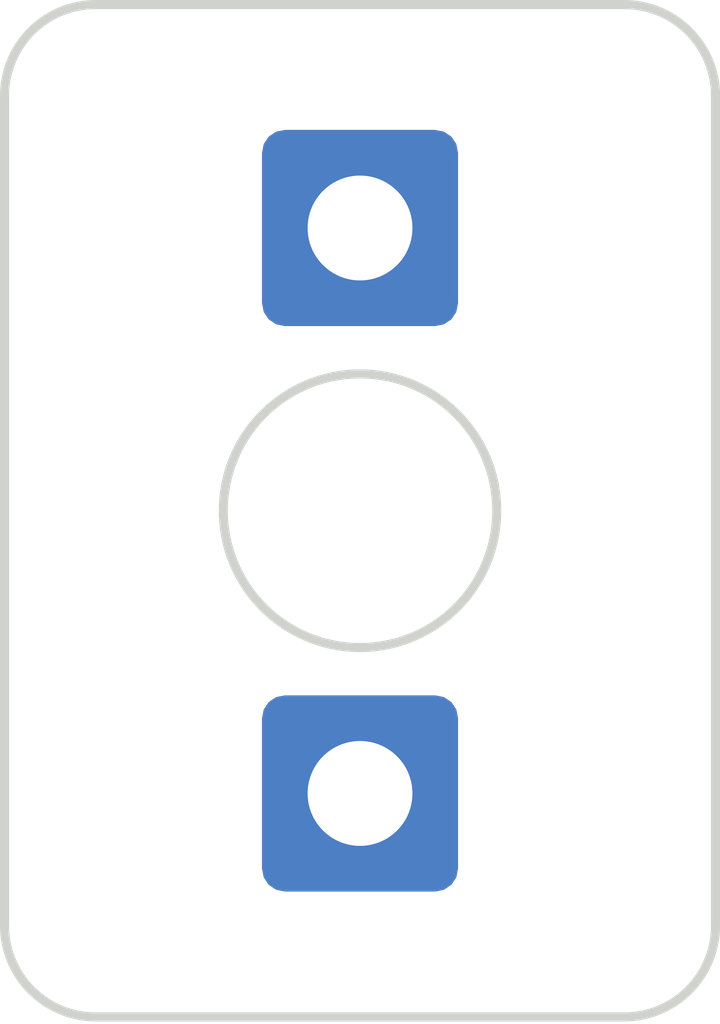
<source format=kicad_pcb>
(kicad_pcb (version 20241229) (generator "pcbnew") (generator_version "9.0")
  (layers (0 "F.Cu" signal) (2 "B.Cu" signal) (13 "F.Paste" user) (15 "B.Paste" user) (5 "F.SilkS" user "F.Silkscreen") (7 "B.SilkS" user "B.Silkscreen") (1 "F.Mask" user) (3 "B.Mask" user) (25 "Edge.Cuts" user))
  (net 0 "")
  (footprint "SolderWire-0.5sqmm_1x01_D0.9mm_OD2.1mm" (layer "F.Cu") (at 43.892893 48.642894)
    (property "Reference" "P1a" (hide yes))
    (property "Value" "")
    (pad "1" thru_hole roundrect (at 0 0) (size 2.15 2.15) (drill 1.15) (layers "*.Cu" "*.Mask") (roundrect_rratio 0.116279))
  )
  (footprint "SolderWire-0.5sqmm_1x01_D0.9mm_OD2.1mm" (layer "F.Cu") (at 43.892893 42.442894)
    (property "Reference" "P2a" (hide yes))
    (property "Value" "")
    (pad "1" thru_hole roundrect (at 0 0) (size 2.15 2.15) (drill 1.15) (layers "*.Cu" "*.Mask") (roundrect_rratio 0.116279))
  )
  (gr_circle (center 43.892893 45.542893) (end 43.892893 47.042893) (stroke (width 0.1)) (fill no) (layer "Edge.Cuts"))
  (gr_line (start 39.992893 50.092893) (end 39.992893 40.9929) (stroke (width 0.1)) (layer "Edge.Cuts"))
  (gr_line (start 47.792893 50.092893) (end 47.792893 40.998191) (stroke (width 0.1)) (layer "Edge.Cuts"))
  (gr_line (start 40.992893 39.992893) (end 46.792893 39.992893) (stroke (width 0.1)) (layer "Edge.Cuts"))
  (gr_arc (start 39.992893 40.992893) (mid 40.285786 40.285786) (end 40.992893 39.992893) (stroke (width 0.1)) (layer "Edge.Cuts"))
  (gr_line (start 46.792893 51.092893) (end 40.992893 51.092893) (stroke (width 0.1)) (layer "Edge.Cuts"))
  (gr_arc (start 46.792893 39.992893) (mid 47.5 40.285786) (end 47.792893 40.992893) (stroke (width 0.1)) (layer "Edge.Cuts"))
  (gr_arc (start 40.992893 51.092893) (mid 40.285786 50.8) (end 39.992893 50.092893) (stroke (width 0.1)) (layer "Edge.Cuts"))
  (gr_arc (start 47.792893 50.092893) (mid 47.5 50.8) (end 46.792893 51.092893) (stroke (width 0.1)) (layer "Edge.Cuts"))
)
</source>
